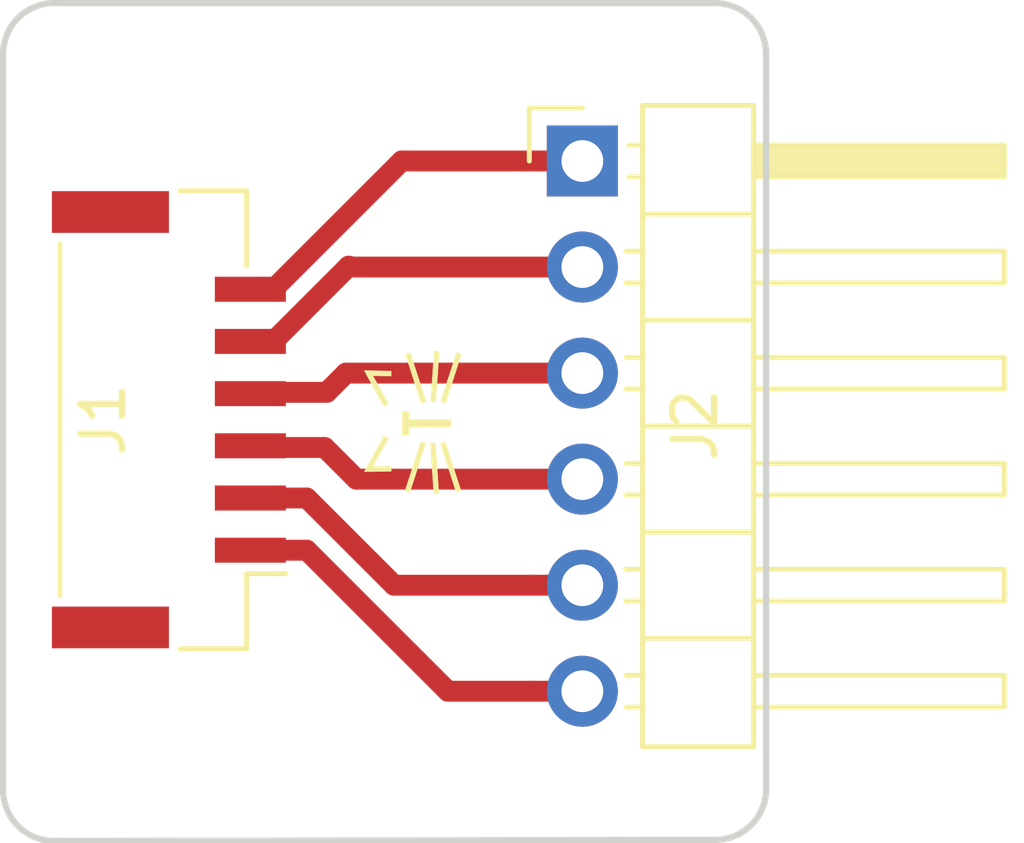
<source format=kicad_pcb>
(kicad_pcb (version 20171130) (host pcbnew "(5.0.0)")

  (general
    (thickness 1.6)
    (drawings 8)
    (tracks 25)
    (zones 0)
    (modules 3)
    (nets 7)
  )

  (page A4)
  (layers
    (0 F.Cu signal)
    (31 B.Cu signal)
    (32 B.Adhes user)
    (33 F.Adhes user)
    (34 B.Paste user)
    (35 F.Paste user)
    (36 B.SilkS user)
    (37 F.SilkS user)
    (38 B.Mask user)
    (39 F.Mask user)
    (40 Dwgs.User user)
    (41 Cmts.User user)
    (42 Eco1.User user)
    (43 Eco2.User user)
    (44 Edge.Cuts user)
    (45 Margin user)
    (46 B.CrtYd user)
    (47 F.CrtYd user)
    (48 B.Fab user)
    (49 F.Fab user)
  )

  (setup
    (last_trace_width 0.25)
    (trace_clearance 0.2)
    (zone_clearance 0.508)
    (zone_45_only no)
    (trace_min 0.2)
    (segment_width 0.2)
    (edge_width 0.15)
    (via_size 0.8)
    (via_drill 0.4)
    (via_min_size 0.4)
    (via_min_drill 0.3)
    (uvia_size 0.3)
    (uvia_drill 0.1)
    (uvias_allowed no)
    (uvia_min_size 0.2)
    (uvia_min_drill 0.1)
    (pcb_text_width 0.3)
    (pcb_text_size 1.5 1.5)
    (mod_edge_width 0.15)
    (mod_text_size 1 1)
    (mod_text_width 0.15)
    (pad_size 1.524 1.524)
    (pad_drill 0.762)
    (pad_to_mask_clearance 0.2)
    (aux_axis_origin 0 0)
    (visible_elements 7FFFFFFF)
    (pcbplotparams
      (layerselection 0x010fc_ffffffff)
      (usegerberextensions false)
      (usegerberattributes false)
      (usegerberadvancedattributes false)
      (creategerberjobfile false)
      (excludeedgelayer true)
      (linewidth 0.100000)
      (plotframeref false)
      (viasonmask false)
      (mode 1)
      (useauxorigin false)
      (hpglpennumber 1)
      (hpglpenspeed 20)
      (hpglpendiameter 15.000000)
      (psnegative false)
      (psa4output false)
      (plotreference true)
      (plotvalue true)
      (plotinvisibletext false)
      (padsonsilk false)
      (subtractmaskfromsilk false)
      (outputformat 1)
      (mirror false)
      (drillshape 0)
      (scaleselection 1)
      (outputdirectory ""))
  )

  (net 0 "")
  (net 1 "Net-(J1-Pad1)")
  (net 2 "Net-(J1-Pad2)")
  (net 3 "Net-(J1-Pad3)")
  (net 4 "Net-(J1-Pad4)")
  (net 5 "Net-(J1-Pad5)")
  (net 6 "Net-(J1-Pad6)")

  (net_class Default "This is the default net class."
    (clearance 0.2)
    (trace_width 0.25)
    (via_dia 0.8)
    (via_drill 0.4)
    (uvia_dia 0.3)
    (uvia_drill 0.1)
    (add_net "Net-(J1-Pad1)")
    (add_net "Net-(J1-Pad2)")
    (add_net "Net-(J1-Pad3)")
    (add_net "Net-(J1-Pad4)")
    (add_net "Net-(J1-Pad5)")
    (add_net "Net-(J1-Pad6)")
  )

  (module Connector_PinHeader_2.54mm:PinHeader_1x06_P2.54mm_Horizontal (layer F.Cu) (tedit 59FED5CB) (tstamp 5C418AE9)
    (at 113.686601 81.809601)
    (descr "Through hole angled pin header, 1x06, 2.54mm pitch, 6mm pin length, single row")
    (tags "Through hole angled pin header THT 1x06 2.54mm single row")
    (path /5C3542B0)
    (fp_text reference J2 (at 2.696199 6.328399 90) (layer F.SilkS)
      (effects (font (size 1 1) (thickness 0.15)))
    )
    (fp_text value Conn_01x06 (at 4.385 14.97) (layer F.Fab)
      (effects (font (size 1 1) (thickness 0.15)))
    )
    (fp_line (start 2.135 -1.27) (end 4.04 -1.27) (layer F.Fab) (width 0.1))
    (fp_line (start 4.04 -1.27) (end 4.04 13.97) (layer F.Fab) (width 0.1))
    (fp_line (start 4.04 13.97) (end 1.5 13.97) (layer F.Fab) (width 0.1))
    (fp_line (start 1.5 13.97) (end 1.5 -0.635) (layer F.Fab) (width 0.1))
    (fp_line (start 1.5 -0.635) (end 2.135 -1.27) (layer F.Fab) (width 0.1))
    (fp_line (start -0.32 -0.32) (end 1.5 -0.32) (layer F.Fab) (width 0.1))
    (fp_line (start -0.32 -0.32) (end -0.32 0.32) (layer F.Fab) (width 0.1))
    (fp_line (start -0.32 0.32) (end 1.5 0.32) (layer F.Fab) (width 0.1))
    (fp_line (start 4.04 -0.32) (end 10.04 -0.32) (layer F.Fab) (width 0.1))
    (fp_line (start 10.04 -0.32) (end 10.04 0.32) (layer F.Fab) (width 0.1))
    (fp_line (start 4.04 0.32) (end 10.04 0.32) (layer F.Fab) (width 0.1))
    (fp_line (start -0.32 2.22) (end 1.5 2.22) (layer F.Fab) (width 0.1))
    (fp_line (start -0.32 2.22) (end -0.32 2.86) (layer F.Fab) (width 0.1))
    (fp_line (start -0.32 2.86) (end 1.5 2.86) (layer F.Fab) (width 0.1))
    (fp_line (start 4.04 2.22) (end 10.04 2.22) (layer F.Fab) (width 0.1))
    (fp_line (start 10.04 2.22) (end 10.04 2.86) (layer F.Fab) (width 0.1))
    (fp_line (start 4.04 2.86) (end 10.04 2.86) (layer F.Fab) (width 0.1))
    (fp_line (start -0.32 4.76) (end 1.5 4.76) (layer F.Fab) (width 0.1))
    (fp_line (start -0.32 4.76) (end -0.32 5.4) (layer F.Fab) (width 0.1))
    (fp_line (start -0.32 5.4) (end 1.5 5.4) (layer F.Fab) (width 0.1))
    (fp_line (start 4.04 4.76) (end 10.04 4.76) (layer F.Fab) (width 0.1))
    (fp_line (start 10.04 4.76) (end 10.04 5.4) (layer F.Fab) (width 0.1))
    (fp_line (start 4.04 5.4) (end 10.04 5.4) (layer F.Fab) (width 0.1))
    (fp_line (start -0.32 7.3) (end 1.5 7.3) (layer F.Fab) (width 0.1))
    (fp_line (start -0.32 7.3) (end -0.32 7.94) (layer F.Fab) (width 0.1))
    (fp_line (start -0.32 7.94) (end 1.5 7.94) (layer F.Fab) (width 0.1))
    (fp_line (start 4.04 7.3) (end 10.04 7.3) (layer F.Fab) (width 0.1))
    (fp_line (start 10.04 7.3) (end 10.04 7.94) (layer F.Fab) (width 0.1))
    (fp_line (start 4.04 7.94) (end 10.04 7.94) (layer F.Fab) (width 0.1))
    (fp_line (start -0.32 9.84) (end 1.5 9.84) (layer F.Fab) (width 0.1))
    (fp_line (start -0.32 9.84) (end -0.32 10.48) (layer F.Fab) (width 0.1))
    (fp_line (start -0.32 10.48) (end 1.5 10.48) (layer F.Fab) (width 0.1))
    (fp_line (start 4.04 9.84) (end 10.04 9.84) (layer F.Fab) (width 0.1))
    (fp_line (start 10.04 9.84) (end 10.04 10.48) (layer F.Fab) (width 0.1))
    (fp_line (start 4.04 10.48) (end 10.04 10.48) (layer F.Fab) (width 0.1))
    (fp_line (start -0.32 12.38) (end 1.5 12.38) (layer F.Fab) (width 0.1))
    (fp_line (start -0.32 12.38) (end -0.32 13.02) (layer F.Fab) (width 0.1))
    (fp_line (start -0.32 13.02) (end 1.5 13.02) (layer F.Fab) (width 0.1))
    (fp_line (start 4.04 12.38) (end 10.04 12.38) (layer F.Fab) (width 0.1))
    (fp_line (start 10.04 12.38) (end 10.04 13.02) (layer F.Fab) (width 0.1))
    (fp_line (start 4.04 13.02) (end 10.04 13.02) (layer F.Fab) (width 0.1))
    (fp_line (start 1.44 -1.33) (end 1.44 14.03) (layer F.SilkS) (width 0.12))
    (fp_line (start 1.44 14.03) (end 4.1 14.03) (layer F.SilkS) (width 0.12))
    (fp_line (start 4.1 14.03) (end 4.1 -1.33) (layer F.SilkS) (width 0.12))
    (fp_line (start 4.1 -1.33) (end 1.44 -1.33) (layer F.SilkS) (width 0.12))
    (fp_line (start 4.1 -0.38) (end 10.1 -0.38) (layer F.SilkS) (width 0.12))
    (fp_line (start 10.1 -0.38) (end 10.1 0.38) (layer F.SilkS) (width 0.12))
    (fp_line (start 10.1 0.38) (end 4.1 0.38) (layer F.SilkS) (width 0.12))
    (fp_line (start 4.1 -0.32) (end 10.1 -0.32) (layer F.SilkS) (width 0.12))
    (fp_line (start 4.1 -0.2) (end 10.1 -0.2) (layer F.SilkS) (width 0.12))
    (fp_line (start 4.1 -0.08) (end 10.1 -0.08) (layer F.SilkS) (width 0.12))
    (fp_line (start 4.1 0.04) (end 10.1 0.04) (layer F.SilkS) (width 0.12))
    (fp_line (start 4.1 0.16) (end 10.1 0.16) (layer F.SilkS) (width 0.12))
    (fp_line (start 4.1 0.28) (end 10.1 0.28) (layer F.SilkS) (width 0.12))
    (fp_line (start 1.11 -0.38) (end 1.44 -0.38) (layer F.SilkS) (width 0.12))
    (fp_line (start 1.11 0.38) (end 1.44 0.38) (layer F.SilkS) (width 0.12))
    (fp_line (start 1.44 1.27) (end 4.1 1.27) (layer F.SilkS) (width 0.12))
    (fp_line (start 4.1 2.16) (end 10.1 2.16) (layer F.SilkS) (width 0.12))
    (fp_line (start 10.1 2.16) (end 10.1 2.92) (layer F.SilkS) (width 0.12))
    (fp_line (start 10.1 2.92) (end 4.1 2.92) (layer F.SilkS) (width 0.12))
    (fp_line (start 1.042929 2.16) (end 1.44 2.16) (layer F.SilkS) (width 0.12))
    (fp_line (start 1.042929 2.92) (end 1.44 2.92) (layer F.SilkS) (width 0.12))
    (fp_line (start 1.44 3.81) (end 4.1 3.81) (layer F.SilkS) (width 0.12))
    (fp_line (start 4.1 4.7) (end 10.1 4.7) (layer F.SilkS) (width 0.12))
    (fp_line (start 10.1 4.7) (end 10.1 5.46) (layer F.SilkS) (width 0.12))
    (fp_line (start 10.1 5.46) (end 4.1 5.46) (layer F.SilkS) (width 0.12))
    (fp_line (start 1.042929 4.7) (end 1.44 4.7) (layer F.SilkS) (width 0.12))
    (fp_line (start 1.042929 5.46) (end 1.44 5.46) (layer F.SilkS) (width 0.12))
    (fp_line (start 1.44 6.35) (end 4.1 6.35) (layer F.SilkS) (width 0.12))
    (fp_line (start 4.1 7.24) (end 10.1 7.24) (layer F.SilkS) (width 0.12))
    (fp_line (start 10.1 7.24) (end 10.1 8) (layer F.SilkS) (width 0.12))
    (fp_line (start 10.1 8) (end 4.1 8) (layer F.SilkS) (width 0.12))
    (fp_line (start 1.042929 7.24) (end 1.44 7.24) (layer F.SilkS) (width 0.12))
    (fp_line (start 1.042929 8) (end 1.44 8) (layer F.SilkS) (width 0.12))
    (fp_line (start 1.44 8.89) (end 4.1 8.89) (layer F.SilkS) (width 0.12))
    (fp_line (start 4.1 9.78) (end 10.1 9.78) (layer F.SilkS) (width 0.12))
    (fp_line (start 10.1 9.78) (end 10.1 10.54) (layer F.SilkS) (width 0.12))
    (fp_line (start 10.1 10.54) (end 4.1 10.54) (layer F.SilkS) (width 0.12))
    (fp_line (start 1.042929 9.78) (end 1.44 9.78) (layer F.SilkS) (width 0.12))
    (fp_line (start 1.042929 10.54) (end 1.44 10.54) (layer F.SilkS) (width 0.12))
    (fp_line (start 1.44 11.43) (end 4.1 11.43) (layer F.SilkS) (width 0.12))
    (fp_line (start 4.1 12.32) (end 10.1 12.32) (layer F.SilkS) (width 0.12))
    (fp_line (start 10.1 12.32) (end 10.1 13.08) (layer F.SilkS) (width 0.12))
    (fp_line (start 10.1 13.08) (end 4.1 13.08) (layer F.SilkS) (width 0.12))
    (fp_line (start 1.042929 12.32) (end 1.44 12.32) (layer F.SilkS) (width 0.12))
    (fp_line (start 1.042929 13.08) (end 1.44 13.08) (layer F.SilkS) (width 0.12))
    (fp_line (start -1.27 0) (end -1.27 -1.27) (layer F.SilkS) (width 0.12))
    (fp_line (start -1.27 -1.27) (end 0 -1.27) (layer F.SilkS) (width 0.12))
    (fp_line (start -1.8 -1.8) (end -1.8 14.5) (layer F.CrtYd) (width 0.05))
    (fp_line (start -1.8 14.5) (end 10.55 14.5) (layer F.CrtYd) (width 0.05))
    (fp_line (start 10.55 14.5) (end 10.55 -1.8) (layer F.CrtYd) (width 0.05))
    (fp_line (start 10.55 -1.8) (end -1.8 -1.8) (layer F.CrtYd) (width 0.05))
    (fp_text user %R (at 2.77 6.35 90) (layer F.Fab)
      (effects (font (size 1 1) (thickness 0.15)))
    )
    (pad 1 thru_hole rect (at 0 0) (size 1.7 1.7) (drill 1) (layers *.Cu *.Mask)
      (net 6 "Net-(J1-Pad6)"))
    (pad 2 thru_hole oval (at 0 2.54) (size 1.7 1.7) (drill 1) (layers *.Cu *.Mask)
      (net 5 "Net-(J1-Pad5)"))
    (pad 3 thru_hole oval (at 0 5.08) (size 1.7 1.7) (drill 1) (layers *.Cu *.Mask)
      (net 4 "Net-(J1-Pad4)"))
    (pad 4 thru_hole oval (at 0 7.62) (size 1.7 1.7) (drill 1) (layers *.Cu *.Mask)
      (net 3 "Net-(J1-Pad3)"))
    (pad 5 thru_hole oval (at 0 10.16) (size 1.7 1.7) (drill 1) (layers *.Cu *.Mask)
      (net 2 "Net-(J1-Pad2)"))
    (pad 6 thru_hole oval (at 0 12.7) (size 1.7 1.7) (drill 1) (layers *.Cu *.Mask)
      (net 1 "Net-(J1-Pad1)"))
    (model ${KISYS3DMOD}/Connector_PinHeader_2.54mm.3dshapes/PinHeader_1x06_P2.54mm_Horizontal.wrl
      (at (xyz 0 0 0))
      (scale (xyz 1 1 1))
      (rotate (xyz 0 0 0))
    )
  )

  (module Connector_JST:JST_GH_BM06B-GHS-TBT_1x06-1MP_P1.25mm_Vertical (layer F.Cu) (tedit 5AA47DC8) (tstamp 5C418C49)
    (at 103.7902 88.0064 90)
    (descr "JST GH series connector, BM06B-GHS-TBT (http://www.jst-mfg.com/product/pdf/eng/eGH.pdf), generated with kicad-footprint-generator")
    (tags "connector JST GH side entry")
    (path /5C35401B)
    (attr smd)
    (fp_text reference J1 (at 0 -1.5806 90) (layer F.SilkS)
      (effects (font (size 1 1) (thickness 0.15)))
    )
    (fp_text value Conn_01x06 (at 0 4 90) (layer F.Fab)
      (effects (font (size 1 1) (thickness 0.15)))
    )
    (fp_line (start -5.375 1.75) (end 5.375 1.75) (layer F.Fab) (width 0.1))
    (fp_line (start -5.485 0.26) (end -5.485 1.86) (layer F.SilkS) (width 0.12))
    (fp_line (start -5.485 1.86) (end -3.685 1.86) (layer F.SilkS) (width 0.12))
    (fp_line (start -3.685 1.86) (end -3.685 2.8) (layer F.SilkS) (width 0.12))
    (fp_line (start 5.485 0.26) (end 5.485 1.86) (layer F.SilkS) (width 0.12))
    (fp_line (start 5.485 1.86) (end 3.685 1.86) (layer F.SilkS) (width 0.12))
    (fp_line (start -4.215 -2.61) (end 4.215 -2.61) (layer F.SilkS) (width 0.12))
    (fp_line (start -5.375 -2.5) (end 5.375 -2.5) (layer F.Fab) (width 0.1))
    (fp_line (start -5.375 1.75) (end -5.375 -2.5) (layer F.Fab) (width 0.1))
    (fp_line (start 5.375 1.75) (end 5.375 -2.5) (layer F.Fab) (width 0.1))
    (fp_line (start -3.375 -0.5) (end -3.375 0) (layer F.Fab) (width 0.1))
    (fp_line (start -3.375 0) (end -2.875 0) (layer F.Fab) (width 0.1))
    (fp_line (start -2.875 0) (end -2.875 -0.5) (layer F.Fab) (width 0.1))
    (fp_line (start -2.875 -0.5) (end -3.375 -0.5) (layer F.Fab) (width 0.1))
    (fp_line (start -2.125 -0.5) (end -2.125 0) (layer F.Fab) (width 0.1))
    (fp_line (start -2.125 0) (end -1.625 0) (layer F.Fab) (width 0.1))
    (fp_line (start -1.625 0) (end -1.625 -0.5) (layer F.Fab) (width 0.1))
    (fp_line (start -1.625 -0.5) (end -2.125 -0.5) (layer F.Fab) (width 0.1))
    (fp_line (start -0.875 -0.5) (end -0.875 0) (layer F.Fab) (width 0.1))
    (fp_line (start -0.875 0) (end -0.375 0) (layer F.Fab) (width 0.1))
    (fp_line (start -0.375 0) (end -0.375 -0.5) (layer F.Fab) (width 0.1))
    (fp_line (start -0.375 -0.5) (end -0.875 -0.5) (layer F.Fab) (width 0.1))
    (fp_line (start 0.375 -0.5) (end 0.375 0) (layer F.Fab) (width 0.1))
    (fp_line (start 0.375 0) (end 0.875 0) (layer F.Fab) (width 0.1))
    (fp_line (start 0.875 0) (end 0.875 -0.5) (layer F.Fab) (width 0.1))
    (fp_line (start 0.875 -0.5) (end 0.375 -0.5) (layer F.Fab) (width 0.1))
    (fp_line (start 1.625 -0.5) (end 1.625 0) (layer F.Fab) (width 0.1))
    (fp_line (start 1.625 0) (end 2.125 0) (layer F.Fab) (width 0.1))
    (fp_line (start 2.125 0) (end 2.125 -0.5) (layer F.Fab) (width 0.1))
    (fp_line (start 2.125 -0.5) (end 1.625 -0.5) (layer F.Fab) (width 0.1))
    (fp_line (start 2.875 -0.5) (end 2.875 0) (layer F.Fab) (width 0.1))
    (fp_line (start 2.875 0) (end 3.375 0) (layer F.Fab) (width 0.1))
    (fp_line (start 3.375 0) (end 3.375 -0.5) (layer F.Fab) (width 0.1))
    (fp_line (start 3.375 -0.5) (end 2.875 -0.5) (layer F.Fab) (width 0.1))
    (fp_line (start -5.98 -3.3) (end -5.98 3.3) (layer F.CrtYd) (width 0.05))
    (fp_line (start -5.98 3.3) (end 5.98 3.3) (layer F.CrtYd) (width 0.05))
    (fp_line (start 5.98 3.3) (end 5.98 -3.3) (layer F.CrtYd) (width 0.05))
    (fp_line (start 5.98 -3.3) (end -5.98 -3.3) (layer F.CrtYd) (width 0.05))
    (fp_line (start -3.625 1.75) (end -3.125 1.042893) (layer F.Fab) (width 0.1))
    (fp_line (start -3.125 1.042893) (end -2.625 1.75) (layer F.Fab) (width 0.1))
    (fp_text user %R (at 0 -1.5 90) (layer F.Fab)
      (effects (font (size 1 1) (thickness 0.15)))
    )
    (pad 1 smd rect (at -3.125 1.95 90) (size 0.6 1.7) (layers F.Cu F.Paste F.Mask)
      (net 1 "Net-(J1-Pad1)"))
    (pad 2 smd rect (at -1.875 1.95 90) (size 0.6 1.7) (layers F.Cu F.Paste F.Mask)
      (net 2 "Net-(J1-Pad2)"))
    (pad 3 smd rect (at -0.625 1.95 90) (size 0.6 1.7) (layers F.Cu F.Paste F.Mask)
      (net 3 "Net-(J1-Pad3)"))
    (pad 4 smd rect (at 0.625 1.95 90) (size 0.6 1.7) (layers F.Cu F.Paste F.Mask)
      (net 4 "Net-(J1-Pad4)"))
    (pad 5 smd rect (at 1.875 1.95 90) (size 0.6 1.7) (layers F.Cu F.Paste F.Mask)
      (net 5 "Net-(J1-Pad5)"))
    (pad 6 smd rect (at 3.125 1.95 90) (size 0.6 1.7) (layers F.Cu F.Paste F.Mask)
      (net 6 "Net-(J1-Pad6)"))
    (pad MP smd rect (at -4.975 -1.4 90) (size 1 2.8) (layers F.Cu F.Paste F.Mask))
    (pad MP smd rect (at 4.975 -1.4 90) (size 1 2.8) (layers F.Cu F.Paste F.Mask))
    (model ${KISYS3DMOD}/Connector_JST.3dshapes/JST_GH_BM06B-GHS-TBT_1x06-1MP_P1.25mm_Vertical.wrl
      (at (xyz 0 0 0))
      (scale (xyz 1 1 1))
      (rotate (xyz 0 0 0))
    )
  )

  (module "PoESpeak:LOGO (2)" (layer F.Cu) (tedit 0) (tstamp 5C4D8029)
    (at 109.6264 88.0872 90)
    (fp_text reference G*** (at 0 0 90) (layer F.SilkS) hide
      (effects (font (size 1.524 1.524) (thickness 0.3)))
    )
    (fp_text value LOGO (at 0.75 0 90) (layer F.SilkS) hide
      (effects (font (size 1.524 1.524) (thickness 0.3)))
    )
    (fp_poly (pts (xy 1.257681 -1.156265) (xy 1.257716 -1.148029) (xy 1.257644 -1.134898) (xy 1.257469 -1.117246)
      (xy 1.257198 -1.095447) (xy 1.256835 -1.069875) (xy 1.256386 -1.040905) (xy 1.255857 -1.008909)
      (xy 1.255254 -0.974262) (xy 1.254581 -0.937339) (xy 1.253845 -0.898513) (xy 1.253207 -0.866035)
      (xy 1.252401 -0.825262) (xy 1.251629 -0.785621) (xy 1.250897 -0.747534) (xy 1.250214 -0.711425)
      (xy 1.249587 -0.677714) (xy 1.249024 -0.646825) (xy 1.248533 -0.61918) (xy 1.248121 -0.5952)
      (xy 1.247796 -0.575308) (xy 1.247565 -0.559927) (xy 1.247436 -0.549479) (xy 1.247411 -0.545394)
      (xy 1.247423 -0.516466) (xy 1.125446 -0.516466) (xy 1.127201 -0.573616) (xy 1.127752 -0.592737)
      (xy 1.128331 -0.61496) (xy 1.128927 -0.639744) (xy 1.129531 -0.666548) (xy 1.130135 -0.694831)
      (xy 1.130728 -0.724051) (xy 1.131301 -0.753669) (xy 1.131844 -0.783141) (xy 1.132349 -0.811929)
      (xy 1.132806 -0.83949) (xy 1.133205 -0.865284) (xy 1.133536 -0.888769) (xy 1.133791 -0.909405)
      (xy 1.13396 -0.92665) (xy 1.134034 -0.939963) (xy 1.134002 -0.948804) (xy 1.133856 -0.95263)
      (xy 1.133821 -0.952742) (xy 1.13125 -0.951549) (xy 1.124031 -0.947769) (xy 1.112448 -0.941561)
      (xy 1.096788 -0.933079) (xy 1.077335 -0.922481) (xy 1.054374 -0.909923) (xy 1.02819 -0.895561)
      (xy 0.999069 -0.879553) (xy 0.967296 -0.862054) (xy 0.933156 -0.843221) (xy 0.896934 -0.823211)
      (xy 0.858915 -0.80218) (xy 0.819385 -0.780284) (xy 0.798417 -0.768659) (xy 0.758151 -0.746337)
      (xy 0.71921 -0.724768) (xy 0.681884 -0.704111) (xy 0.646461 -0.684525) (xy 0.613229 -0.666169)
      (xy 0.582477 -0.649202) (xy 0.554494 -0.633783) (xy 0.529568 -0.620071) (xy 0.507988 -0.608225)
      (xy 0.490043 -0.598404) (xy 0.476021 -0.590766) (xy 0.466211 -0.585472) (xy 0.460901 -0.58268)
      (xy 0.460023 -0.582271) (xy 0.457359 -0.583753) (xy 0.452926 -0.589298) (xy 0.446551 -0.599172)
      (xy 0.438059 -0.613642) (xy 0.428978 -0.629878) (xy 0.42067 -0.64511) (xy 0.413339 -0.65884)
      (xy 0.407418 -0.670236) (xy 0.403337 -0.678463) (xy 0.401529 -0.68269) (xy 0.401486 -0.682879)
      (xy 0.403147 -0.684706) (xy 0.4085 -0.688469) (xy 0.417681 -0.694247) (xy 0.430827 -0.702117)
      (xy 0.448075 -0.712158) (xy 0.469562 -0.72445) (xy 0.495426 -0.739071) (xy 0.525802 -0.756099)
      (xy 0.560828 -0.775614) (xy 0.60064 -0.797694) (xy 0.615975 -0.806177) (xy 0.655284 -0.827915)
      (xy 0.698414 -0.851775) (xy 0.744344 -0.877191) (xy 0.792054 -0.903598) (xy 0.840522 -0.930431)
      (xy 0.888728 -0.957124) (xy 0.935649 -0.983111) (xy 0.980264 -1.007828) (xy 1.021553 -1.03071)
      (xy 1.043597 -1.042929) (xy 1.075533 -1.060609) (xy 1.106048 -1.077451) (xy 1.134781 -1.093259)
      (xy 1.161375 -1.107839) (xy 1.18547 -1.120996) (xy 1.206707 -1.132533) (xy 1.224727 -1.142257)
      (xy 1.239171 -1.149972) (xy 1.24968 -1.155483) (xy 1.255896 -1.158595) (xy 1.257532 -1.159231)
      (xy 1.257681 -1.156265)) (layer F.SilkS) (width 0.01))
    (fp_poly (pts (xy -1.161792 -1.158086) (xy -1.154573 -1.154402) (xy -1.143101 -1.148344) (xy -1.127718 -1.140095)
      (xy -1.108764 -1.129842) (xy -1.086577 -1.117769) (xy -1.061499 -1.104062) (xy -1.03387 -1.088906)
      (xy -1.004028 -1.072485) (xy -0.972315 -1.054986) (xy -0.939071 -1.036593) (xy -0.926473 -1.029612)
      (xy -0.886972 -1.007713) (xy -0.844763 -0.984322) (xy -0.800669 -0.959894) (xy -0.755512 -0.934884)
      (xy -0.710113 -0.909746) (xy -0.665294 -0.884936) (xy -0.621876 -0.860908) (xy -0.580682 -0.838118)
      (xy -0.542532 -0.817019) (xy -0.50825 -0.798068) (xy -0.498824 -0.792859) (xy -0.462561 -0.7728)
      (xy -0.430969 -0.755269) (xy -0.403761 -0.7401) (xy -0.380651 -0.727125) (xy -0.36135 -0.716177)
      (xy -0.345571 -0.707089) (xy -0.333027 -0.699693) (xy -0.323432 -0.693822) (xy -0.316496 -0.689308)
      (xy -0.311934 -0.685984) (xy -0.309458 -0.683683) (xy -0.308781 -0.682238) (xy -0.308795 -0.682159)
      (xy -0.310478 -0.67819) (xy -0.314463 -0.670147) (xy -0.320303 -0.658888) (xy -0.327555 -0.645269)
      (xy -0.335771 -0.630148) (xy -0.336315 -0.629158) (xy -0.346648 -0.610694) (xy -0.354728 -0.597057)
      (xy -0.360729 -0.587978) (xy -0.364828 -0.583188) (xy -0.366889 -0.582271) (xy -0.369825 -0.583745)
      (xy -0.377407 -0.5878) (xy -0.389346 -0.594278) (xy -0.405354 -0.603021) (xy -0.425141 -0.613868)
      (xy -0.44842 -0.626661) (xy -0.474901 -0.641241) (xy -0.504296 -0.657449) (xy -0.536316 -0.675126)
      (xy -0.570673 -0.694113) (xy -0.607078 -0.714251) (xy -0.645242 -0.735382) (xy -0.684877 -0.757345)
      (xy -0.705283 -0.768659) (xy -0.745484 -0.790941) (xy -0.784322 -0.812439) (xy -0.821511 -0.832996)
      (xy -0.856766 -0.852457) (xy -0.889802 -0.870665) (xy -0.920333 -0.887463) (xy -0.948075 -0.902695)
      (xy -0.972742 -0.916204) (xy -0.994049 -0.927834) (xy -1.011711 -0.937429) (xy -1.025443 -0.944832)
      (xy -1.03496 -0.949886) (xy -1.039976 -0.952434) (xy -1.040711 -0.952718) (xy -1.040878 -0.949759)
      (xy -1.04093 -0.941697) (xy -1.040875 -0.929075) (xy -1.040723 -0.912433) (xy -1.040484 -0.892313)
      (xy -1.040167 -0.869255) (xy -1.03978 -0.843802) (xy -1.039335 -0.816494) (xy -1.03884 -0.787872)
      (xy -1.038304 -0.758478) (xy -1.037738 -0.728853) (xy -1.03715 -0.699538) (xy -1.036549 -0.671074)
      (xy -1.035946 -0.644002) (xy -1.03535 -0.618864) (xy -1.03477 -0.5962) (xy -1.034216 -0.576553)
      (xy -1.034083 -0.572205) (xy -1.032353 -0.516466) (xy -1.154289 -0.516466) (xy -1.154279 -0.545394)
      (xy -1.154334 -0.552231) (xy -1.154497 -0.564289) (xy -1.15476 -0.581146) (xy -1.155115 -0.602379)
      (xy -1.155555 -0.627566) (xy -1.156072 -0.656285) (xy -1.156658 -0.688114) (xy -1.157306 -0.72263)
      (xy -1.158008 -0.759411) (xy -1.158756 -0.798035) (xy -1.159543 -0.83808) (xy -1.160098 -0.866012)
      (xy -1.160885 -0.906101) (xy -1.161611 -0.944589) (xy -1.162273 -0.981102) (xy -1.162863 -1.015267)
      (xy -1.163377 -1.046709) (xy -1.16381 -1.075054) (xy -1.164155 -1.099929) (xy -1.164407 -1.120958)
      (xy -1.164561 -1.137768) (xy -1.164611 -1.149986) (xy -1.164551 -1.157236) (xy -1.16442 -1.159209)
      (xy -1.161792 -1.158086)) (layer F.SilkS) (width 0.01))
    (fp_poly (pts (xy -1.618237 -0.182589) (xy -1.610301 -0.180089) (xy -1.597596 -0.176039) (xy -1.580418 -0.170536)
      (xy -1.559066 -0.163677) (xy -1.533837 -0.155557) (xy -1.505028 -0.146274) (xy -1.472937 -0.135923)
      (xy -1.43786 -0.1246) (xy -1.400096 -0.112403) (xy -1.359942 -0.099427) (xy -1.317696 -0.085769)
      (xy -1.273654 -0.071525) (xy -1.228113 -0.056792) (xy -1.181373 -0.041665) (xy -1.133729 -0.026242)
      (xy -1.085479 -0.010618) (xy -1.036921 0.00511) (xy -0.988352 0.020846) (xy -0.940069 0.036494)
      (xy -0.89237 0.051956) (xy -0.845552 0.067138) (xy -0.799913 0.081941) (xy -0.755749 0.096271)
      (xy -0.713359 0.110031) (xy -0.67304 0.123124) (xy -0.635089 0.135454) (xy -0.599803 0.146925)
      (xy -0.567481 0.157441) (xy -0.538419 0.166904) (xy -0.512914 0.175219) (xy -0.491265 0.18229)
      (xy -0.473768 0.18802) (xy -0.460721 0.192312) (xy -0.452421 0.195071) (xy -0.449166 0.196199)
      (xy -0.44913 0.196219) (xy -0.449511 0.199183) (xy -0.451381 0.206509) (xy -0.454436 0.217234)
      (xy -0.458373 0.230401) (xy -0.462887 0.245047) (xy -0.467675 0.260214) (xy -0.472434 0.27494)
      (xy -0.476858 0.288267) (xy -0.480646 0.299233) (xy -0.483492 0.306879) (xy -0.485094 0.310244)
      (xy -0.485225 0.310321) (xy -0.488024 0.309453) (xy -0.495949 0.306926) (xy -0.508755 0.302818)
      (xy -0.526199 0.297208) (xy -0.548035 0.290176) (xy -0.57402 0.2818) (xy -0.60391 0.272159)
      (xy -0.637459 0.261332) (xy -0.674424 0.249398) (xy -0.71456 0.236435) (xy -0.757624 0.222523)
      (xy -0.80337 0.20774) (xy -0.851555 0.192166) (xy -0.901933 0.175879) (xy -0.954262 0.158957)
      (xy -1.008296 0.141481) (xy -1.063791 0.123528) (xy -1.072444 0.120729) (xy -1.128129 0.102712)
      (xy -1.182382 0.085157) (xy -1.234959 0.068144) (xy -1.285617 0.05175) (xy -1.334111 0.036055)
      (xy -1.380198 0.021139) (xy -1.423634 0.007079) (xy -1.464176 -0.006046) (xy -1.501579 -0.018155)
      (xy -1.5356 -0.029171) (xy -1.565995 -0.039015) (xy -1.59252 -0.047607) (xy -1.614932 -0.054869)
      (xy -1.632987 -0.060722) (xy -1.646441 -0.065087) (xy -1.65505 -0.067884) (xy -1.658571 -0.069036)
      (xy -1.658646 -0.069062) (xy -1.658104 -0.071748) (xy -1.656055 -0.078826) (xy -1.652811 -0.089345)
      (xy -1.648683 -0.102354) (xy -1.643984 -0.116902) (xy -1.639025 -0.132038) (xy -1.63412 -0.146811)
      (xy -1.629579 -0.16027) (xy -1.625715 -0.171464) (xy -1.622841 -0.179442) (xy -1.621268 -0.183253)
      (xy -1.621107 -0.183444) (xy -1.618237 -0.182589)) (layer F.SilkS) (width 0.01))
    (fp_poly (pts (xy 1.650105 -0.173992) (xy 1.651734 -0.170608) (xy 1.654597 -0.162929) (xy 1.658386 -0.151931)
      (xy 1.662795 -0.138591) (xy 1.667519 -0.123883) (xy 1.67225 -0.108785) (xy 1.676683 -0.094271)
      (xy 1.680511 -0.081319) (xy 1.683428 -0.070903) (xy 1.685128 -0.064001) (xy 1.685372 -0.061606)
      (xy 1.682616 -0.060634) (xy 1.674788 -0.058022) (xy 1.662185 -0.053865) (xy 1.645105 -0.048261)
      (xy 1.623846 -0.041306) (xy 1.598706 -0.033096) (xy 1.569983 -0.023729) (xy 1.537975 -0.0133)
      (xy 1.502979 -0.001907) (xy 1.465294 0.010354) (xy 1.425217 0.023386) (xy 1.383046 0.037093)
      (xy 1.339079 0.051378) (xy 1.293614 0.066144) (xy 1.246949 0.081296) (xy 1.199382 0.096735)
      (xy 1.151209 0.112366) (xy 1.102731 0.128092) (xy 1.054243 0.143817) (xy 1.006045 0.159443)
      (xy 0.958433 0.174874) (xy 0.911706 0.190014) (xy 0.866162 0.204766) (xy 0.822099 0.219033)
      (xy 0.779814 0.232719) (xy 0.739605 0.245726) (xy 0.70177 0.257959) (xy 0.666608 0.269321)
      (xy 0.634415 0.279715) (xy 0.60549 0.289045) (xy 0.58013 0.297214) (xy 0.558634 0.304125)
      (xy 0.5413 0.309681) (xy 0.528424 0.313787) (xy 0.520306 0.316345) (xy 0.517878 0.317087)
      (xy 0.515858 0.317232) (xy 0.513903 0.315977) (xy 0.511731 0.312674) (xy 0.509062 0.306677)
      (xy 0.505613 0.29734) (xy 0.501103 0.284017) (xy 0.49525 0.266061) (xy 0.494079 0.26243)
      (xy 0.48874 0.245597) (xy 0.484162 0.230632) (xy 0.480579 0.218345) (xy 0.478223 0.209546)
      (xy 0.477331 0.205046) (xy 0.477388 0.20465) (xy 0.480246 0.203577) (xy 0.488171 0.200878)
      (xy 0.500864 0.196647) (xy 0.518028 0.190981) (xy 0.539367 0.183976) (xy 0.564582 0.175728)
      (xy 0.593378 0.166332) (xy 0.625456 0.155885) (xy 0.66052 0.144482) (xy 0.698272 0.13222)
      (xy 0.738416 0.119194) (xy 0.780654 0.105501) (xy 0.824689 0.091236) (xy 0.870224 0.076495)
      (xy 0.916962 0.061374) (xy 0.964605 0.04597) (xy 1.012857 0.030377) (xy 1.06142 0.014692)
      (xy 1.109997 -0.000988) (xy 1.158292 -0.016569) (xy 1.206006 -0.031954) (xy 1.252843 -0.047047)
      (xy 1.298506 -0.061753) (xy 1.342697 -0.075975) (xy 1.38512 -0.089617) (xy 1.425477 -0.102584)
      (xy 1.463471 -0.11478) (xy 1.498805 -0.126108) (xy 1.531181 -0.136472) (xy 1.560303 -0.145778)
      (xy 1.585874 -0.153928) (xy 1.607596 -0.160827) (xy 1.625172 -0.166379) (xy 1.638306 -0.170488)
      (xy 1.646699 -0.173058) (xy 1.650055 -0.173993) (xy 1.650105 -0.173992)) (layer F.SilkS) (width 0.01))
    (fp_poly (pts (xy -0.486318 0.426814) (xy -0.485558 0.434427) (xy -0.484614 0.445626) (xy -0.483555 0.459389)
      (xy -0.482451 0.474693) (xy -0.481373 0.490515) (xy -0.480389 0.505831) (xy -0.47957 0.519619)
      (xy -0.478985 0.530855) (xy -0.478704 0.538517) (xy -0.478797 0.541581) (xy -0.478798 0.541583)
      (xy -0.481648 0.541881) (xy -0.489814 0.542537) (xy -0.50298 0.543531) (xy -0.520829 0.54484)
      (xy -0.543045 0.546443) (xy -0.569314 0.548318) (xy -0.599318 0.550444) (xy -0.632742 0.552798)
      (xy -0.66927 0.555359) (xy -0.708586 0.558106) (xy -0.750374 0.561016) (xy -0.794317 0.564068)
      (xy -0.840101 0.567241) (xy -0.887409 0.570512) (xy -0.935924 0.57386) (xy -0.985332 0.577264)
      (xy -1.035316 0.580701) (xy -1.085559 0.58415) (xy -1.135747 0.587589) (xy -1.185563 0.590997)
      (xy -1.234692 0.594351) (xy -1.282816 0.597631) (xy -1.329621 0.600814) (xy -1.37479 0.603879)
      (xy -1.418007 0.606804) (xy -1.458957 0.609568) (xy -1.497323 0.612148) (xy -1.532789 0.614524)
      (xy -1.56504 0.616672) (xy -1.593759 0.618573) (xy -1.618631 0.620203) (xy -1.639339 0.621542)
      (xy -1.655568 0.622568) (xy -1.667001 0.623258) (xy -1.673323 0.623592) (xy -1.674283 0.623621)
      (xy -1.682368 0.623479) (xy -1.686322 0.622234) (xy -1.687658 0.618873) (xy -1.687849 0.614539)
      (xy -1.688108 0.608739) (xy -1.688726 0.598447) (xy -1.689627 0.584799) (xy -1.690738 0.56893)
      (xy -1.691684 0.555978) (xy -1.692846 0.539952) (xy -1.693797 0.526018) (xy -1.69448 0.515093)
      (xy -1.694838 0.508092) (xy -1.69484 0.505907) (xy -1.692003 0.505625) (xy -1.683848 0.504986)
      (xy -1.67069 0.504013) (xy -1.652843 0.502726) (xy -1.630621 0.501147) (xy -1.60434 0.499297)
      (xy -1.574312 0.497197) (xy -1.540853 0.49487) (xy -1.504276 0.492336) (xy -1.464897 0.489616)
      (xy -1.423029 0.486733) (xy -1.378986 0.483707) (xy -1.333084 0.480559) (xy -1.285636 0.477312)
      (xy -1.236956 0.473986) (xy -1.18736 0.470604) (xy -1.137161 0.467185) (xy -1.086673 0.463752)
      (xy -1.036211 0.460325) (xy -0.986089 0.456927) (xy -0.936622 0.453579) (xy -0.888124 0.450301)
      (xy -0.840908 0.447116) (xy -0.795291 0.444045) (xy -0.751585 0.441108) (xy -0.710105 0.438328)
      (xy -0.671165 0.435726) (xy -0.63508 0.433323) (xy -0.602165 0.431141) (xy -0.572732 0.4292)
      (xy -0.547097 0.427523) (xy -0.525574 0.42613) (xy -0.508478 0.425043) (xy -0.496122 0.424284)
      (xy -0.488821 0.423873) (xy -0.486825 0.423812) (xy -0.486318 0.426814)) (layer F.SilkS) (width 0.01))
    (fp_poly (pts (xy 0.518109 0.432253) (xy 0.526277 0.432715) (xy 0.539447 0.433522) (xy 0.557305 0.434654)
      (xy 0.579537 0.436088) (xy 0.605828 0.437805) (xy 0.635864 0.439781) (xy 0.669331 0.441997)
      (xy 0.705914 0.44443) (xy 0.745299 0.447059) (xy 0.787172 0.449863) (xy 0.831218 0.45282)
      (xy 0.877123 0.455909) (xy 0.924572 0.459109) (xy 0.973252 0.462399) (xy 1.022848 0.465756)
      (xy 1.073045 0.46916) (xy 1.123529 0.472589) (xy 1.173986 0.476022) (xy 1.224102 0.479438)
      (xy 1.273562 0.482814) (xy 1.322052 0.486131) (xy 1.369257 0.489365) (xy 1.414863 0.492497)
      (xy 1.458556 0.495505) (xy 1.500022 0.498366) (xy 1.538945 0.501061) (xy 1.575012 0.503567)
      (xy 1.607909 0.505864) (xy 1.637321 0.507929) (xy 1.662933 0.509742) (xy 1.684432 0.51128)
      (xy 1.701503 0.512524) (xy 1.713832 0.513451) (xy 1.721104 0.51404) (xy 1.723073 0.514256)
      (xy 1.723117 0.517185) (xy 1.722777 0.524849) (xy 1.722105 0.536356) (xy 1.721154 0.550813)
      (xy 1.71998 0.567267) (xy 1.718744 0.584257) (xy 1.71766 0.599642) (xy 1.716798 0.612402)
      (xy 1.716227 0.621512) (xy 1.716017 0.625828) (xy 1.715569 0.62919) (xy 1.71353 0.631058)
      (xy 1.708648 0.631823) (xy 1.699669 0.631879) (xy 1.696861 0.631832) (xy 1.692207 0.631605)
      (xy 1.682194 0.631005) (xy 1.667097 0.630051) (xy 1.647189 0.62876) (xy 1.622742 0.627152)
      (xy 1.594031 0.625245) (xy 1.561327 0.623057) (xy 1.524905 0.620606) (xy 1.485038 0.617912)
      (xy 1.441998 0.614992) (xy 1.396059 0.611865) (xy 1.347493 0.60855) (xy 1.296575 0.605065)
      (xy 1.243578 0.601428) (xy 1.188773 0.597658) (xy 1.132436 0.593773) (xy 1.093611 0.591091)
      (xy 1.036664 0.587153) (xy 0.981217 0.583318) (xy 0.927534 0.579604) (xy 0.875875 0.57603)
      (xy 0.826505 0.572613) (xy 0.779686 0.569372) (xy 0.735679 0.566325) (xy 0.694749 0.56349)
      (xy 0.657157 0.560885) (xy 0.623165 0.558529) (xy 0.593038 0.55644) (xy 0.567036 0.554636)
      (xy 0.545423 0.553134) (xy 0.52846 0.551954) (xy 0.516412 0.551114) (xy 0.50954 0.550631)
      (xy 0.507942 0.550515) (xy 0.507728 0.547817) (xy 0.507874 0.540494) (xy 0.50832 0.529553)
      (xy 0.509002 0.515996) (xy 0.50986 0.500829) (xy 0.51083 0.485057) (xy 0.511851 0.469683)
      (xy 0.51286 0.455712) (xy 0.513796 0.44415) (xy 0.514596 0.435999) (xy 0.515198 0.432266)
      (xy 0.515258 0.432159) (xy 0.518109 0.432253)) (layer F.SilkS) (width 0.01))
    (fp_poly (pts (xy 0.2794 -0.079022) (xy 0.090311 -0.079022) (xy 0.090311 0.9144) (xy -0.095955 0.9144)
      (xy -0.095955 -0.079022) (xy -0.285044 -0.079022) (xy -0.285044 -0.248355) (xy 0.2794 -0.248355)
      (xy 0.2794 -0.079022)) (layer F.SilkS) (width 0.01))
    (fp_poly (pts (xy -0.488671 0.665753) (xy -0.486067 0.67271) (xy -0.482389 0.683139) (xy -0.477953 0.696087)
      (xy -0.473073 0.710601) (xy -0.468065 0.725729) (xy -0.463243 0.740515) (xy -0.458922 0.754009)
      (xy -0.455419 0.765255) (xy -0.453047 0.773301) (xy -0.452122 0.777194) (xy -0.45215 0.777404)
      (xy -0.454874 0.778314) (xy -0.462723 0.780881) (xy -0.475451 0.785025) (xy -0.492814 0.790667)
      (xy -0.514566 0.797726) (xy -0.540462 0.806124) (xy -0.570255 0.815781) (xy -0.603701 0.826617)
      (xy -0.640554 0.838554) (xy -0.680568 0.851511) (xy -0.723498 0.865409) (xy -0.769099 0.880168)
      (xy -0.817124 0.895709) (xy -0.86733 0.911953) (xy -0.919469 0.928819) (xy -0.973297 0.946229)
      (xy -1.028568 0.964103) (xy -1.031141 0.964935) (xy -1.086518 0.982843) (xy -1.140489 1.000298)
      (xy -1.192806 1.01722) (xy -1.243222 1.03353) (xy -1.29149 1.049147) (xy -1.337363 1.06399)
      (xy -1.380593 1.077981) (xy -1.420933 1.091039) (xy -1.458137 1.103084) (xy -1.491956 1.114036)
      (xy -1.522144 1.123815) (xy -1.548453 1.132341) (xy -1.570637 1.139533) (xy -1.588447 1.145313)
      (xy -1.601637 1.149599) (xy -1.60996 1.152312) (xy -1.613168 1.153372) (xy -1.613185 1.153378)
      (xy -1.617084 1.152241) (xy -1.619635 1.148077) (xy -1.62208 1.141187) (xy -1.625545 1.130817)
      (xy -1.629724 1.117945) (xy -1.634312 1.103549) (xy -1.639004 1.088609) (xy -1.643496 1.074104)
      (xy -1.647481 1.06101) (xy -1.650655 1.050308) (xy -1.652712 1.042977) (xy -1.653348 1.039993)
      (xy -1.653339 1.039977) (xy -1.650617 1.039039) (xy -1.642822 1.036461) (xy -1.630253 1.032341)
      (xy -1.613208 1.026774) (xy -1.591986 1.019858) (xy -1.566884 1.011689) (xy -1.538202 1.002363)
      (xy -1.506237 0.991978) (xy -1.471289 0.98063) (xy -1.433655 0.968416) (xy -1.393633 0.955431)
      (xy -1.351522 0.941774) (xy -1.307621 0.92754) (xy -1.262228 0.912825) (xy -1.21564 0.897728)
      (xy -1.168157 0.882343) (xy -1.120077 0.866769) (xy -1.071698 0.851101) (xy -1.023318 0.835436)
      (xy -0.975236 0.819871) (xy -0.92775 0.804502) (xy -0.881159 0.789426) (xy -0.835761 0.77474)
      (xy -0.791854 0.760539) (xy -0.749736 0.746922) (xy -0.709707 0.733984) (xy -0.672063 0.721821)
      (xy -0.637105 0.710532) (xy -0.605129 0.700211) (xy -0.576435 0.690957) (xy -0.55132 0.682865)
      (xy -0.530084 0.676032) (xy -0.513023 0.670554) (xy -0.500438 0.666529) (xy -0.492626 0.664053)
      (xy -0.489887 0.663222) (xy -0.488671 0.665753)) (layer F.SilkS) (width 0.01))
    (fp_poly (pts (xy 0.522986 0.672782) (xy 0.52671 0.673922) (xy 0.535449 0.676691) (xy 0.548904 0.680993)
      (xy 0.566775 0.686731) (xy 0.588765 0.693807) (xy 0.614572 0.702125) (xy 0.643899 0.711588)
      (xy 0.676447 0.722099) (xy 0.711916 0.73356) (xy 0.750008 0.745876) (xy 0.790423 0.758949)
      (xy 0.832862 0.772682) (xy 0.877027 0.786978) (xy 0.922618 0.80174) (xy 0.969337 0.816872)
      (xy 1.016884 0.832276) (xy 1.06496 0.847856) (xy 1.113266 0.863514) (xy 1.161504 0.879154)
      (xy 1.209374 0.894678) (xy 1.256577 0.90999) (xy 1.302814 0.924993) (xy 1.347787 0.93959)
      (xy 1.391195 0.953683) (xy 1.432741 0.967177) (xy 1.472124 0.979974) (xy 1.509047 0.991976)
      (xy 1.54321 1.003088) (xy 1.574313 1.013213) (xy 1.602059 1.022252) (xy 1.626147 1.03011)
      (xy 1.64628 1.036689) (xy 1.662157 1.041893) (xy 1.67348 1.045624) (xy 1.67995 1.047786)
      (xy 1.681437 1.048318) (xy 1.680995 1.051237) (xy 1.679064 1.058533) (xy 1.675954 1.069231)
      (xy 1.671973 1.082357) (xy 1.667432 1.096939) (xy 1.66264 1.112001) (xy 1.657906 1.126571)
      (xy 1.65354 1.139674) (xy 1.649852 1.150336) (xy 1.647151 1.157584) (xy 1.645808 1.160396)
      (xy 1.642985 1.159719) (xy 1.635038 1.157378) (xy 1.622214 1.153451) (xy 1.604757 1.148016)
      (xy 1.582914 1.141153) (xy 1.55693 1.13294) (xy 1.527051 1.123454) (xy 1.493522 1.112774)
      (xy 1.456588 1.10098) (xy 1.416496 1.088148) (xy 1.37349 1.074359) (xy 1.327817 1.059689)
      (xy 1.279722 1.044218) (xy 1.22945 1.028023) (xy 1.177247 1.011184) (xy 1.123358 0.993779)
      (xy 1.068029 0.975886) (xy 1.063978 0.974575) (xy 1.008545 0.956629) (xy 0.954536 0.939133)
      (xy 0.902196 0.922166) (xy 0.851772 0.905809) (xy 0.803508 0.890141) (xy 0.75765 0.875242)
      (xy 0.714445 0.861193) (xy 0.674137 0.848074) (xy 0.636972 0.835964) (xy 0.603197 0.824944)
      (xy 0.573056 0.815094) (xy 0.546795 0.806494) (xy 0.52466 0.799223) (xy 0.506896 0.793363)
      (xy 0.49375 0.788992) (xy 0.485466 0.786191) (xy 0.482291 0.78504) (xy 0.482266 0.785023)
      (xy 0.482576 0.781904) (xy 0.484439 0.774248) (xy 0.487622 0.762875) (xy 0.491895 0.748604)
      (xy 0.497024 0.732253) (xy 0.498663 0.727164) (xy 0.504758 0.708459) (xy 0.509447 0.694481)
      (xy 0.513023 0.684576) (xy 0.515779 0.678088) (xy 0.518008 0.674363) (xy 0.520003 0.672746)
      (xy 0.522056 0.672581) (xy 0.522986 0.672782)) (layer F.SilkS) (width 0.01))
  )

  (gr_arc (start 116.8654 79.248) (end 118.0846 79.248) (angle -90) (layer Edge.Cuts) (width 0.15) (tstamp 5C418EDE))
  (gr_arc (start 116.8654 96.8502) (end 116.8654 98.0694) (angle -90) (layer Edge.Cuts) (width 0.15) (tstamp 5C418EDB))
  (gr_arc (start 101.0412 96.8756) (end 99.822 96.8756) (angle -90) (layer Edge.Cuts) (width 0.15) (tstamp 5C418ED8))
  (gr_arc (start 101.0412 79.248) (end 101.0412 78.0288) (angle -90) (layer Edge.Cuts) (width 0.15))
  (gr_line (start 101.0412 78.0288) (end 116.84 78.0288) (layer Edge.Cuts) (width 0.15) (tstamp 5C418ECB))
  (gr_line (start 118.0846 79.248) (end 118.0846 96.8502) (layer Edge.Cuts) (width 0.15) (tstamp 5C418EC8))
  (gr_line (start 116.84 98.0694) (end 101.0666 98.0948) (layer Edge.Cuts) (width 0.15) (tstamp 5C418EC5))
  (gr_line (start 99.822 96.8502) (end 99.822 79.248) (layer Edge.Cuts) (width 0.15))

  (segment (start 112.48452 94.509601) (end 113.686601 94.509601) (width 0.5) (layer F.Cu) (net 1))
  (segment (start 110.468401 94.509601) (end 112.48452 94.509601) (width 0.5) (layer F.Cu) (net 1))
  (segment (start 107.0902 91.1314) (end 110.468401 94.509601) (width 0.5) (layer F.Cu) (net 1))
  (segment (start 105.7402 91.1314) (end 107.0902 91.1314) (width 0.5) (layer F.Cu) (net 1))
  (segment (start 112.48452 91.969601) (end 113.686601 91.969601) (width 0.5) (layer F.Cu) (net 2))
  (segment (start 109.178401 91.969601) (end 112.48452 91.969601) (width 0.5) (layer F.Cu) (net 2))
  (segment (start 107.0902 89.8814) (end 109.178401 91.969601) (width 0.5) (layer F.Cu) (net 2))
  (segment (start 105.7402 89.8814) (end 107.0902 89.8814) (width 0.5) (layer F.Cu) (net 2))
  (segment (start 106.2902 88.6314) (end 106.3302 88.6714) (width 0.5) (layer F.Cu) (net 3))
  (segment (start 105.7402 88.6314) (end 106.2902 88.6314) (width 0.5) (layer F.Cu) (net 3))
  (segment (start 106.3302 88.6714) (end 107.5182 88.6714) (width 0.5) (layer F.Cu) (net 3))
  (segment (start 108.276401 89.429601) (end 113.686601 89.429601) (width 0.5) (layer F.Cu) (net 3))
  (segment (start 107.5182 88.6714) (end 108.276401 89.429601) (width 0.5) (layer F.Cu) (net 3))
  (segment (start 106.2902 87.3814) (end 106.321 87.3506) (width 0.5) (layer F.Cu) (net 4))
  (segment (start 105.7402 87.3814) (end 106.2902 87.3814) (width 0.5) (layer F.Cu) (net 4))
  (segment (start 106.321 87.3506) (end 107.569 87.3506) (width 0.5) (layer F.Cu) (net 4))
  (segment (start 108.029999 86.889601) (end 113.686601 86.889601) (width 0.5) (layer F.Cu) (net 4))
  (segment (start 107.569 87.3506) (end 108.029999 86.889601) (width 0.5) (layer F.Cu) (net 4))
  (segment (start 106.2902 86.1314) (end 108.0936 84.328) (width 0.5) (layer F.Cu) (net 5))
  (segment (start 105.7402 86.1314) (end 106.2902 86.1314) (width 0.5) (layer F.Cu) (net 5))
  (segment (start 108.115201 84.349601) (end 113.686601 84.349601) (width 0.5) (layer F.Cu) (net 5))
  (segment (start 108.0936 84.328) (end 108.115201 84.349601) (width 0.5) (layer F.Cu) (net 5))
  (segment (start 109.361999 81.809601) (end 113.686601 81.809601) (width 0.5) (layer F.Cu) (net 6))
  (segment (start 105.7402 84.8814) (end 106.2902 84.8814) (width 0.5) (layer F.Cu) (net 6))
  (segment (start 106.2902 84.8814) (end 109.361999 81.809601) (width 0.5) (layer F.Cu) (net 6))

)

</source>
